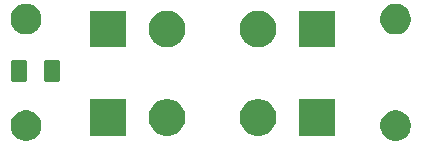
<source format=gbr>
G04 #@! TF.GenerationSoftware,KiCad,Pcbnew,5.1.2-f72e74a~84~ubuntu18.04.1*
G04 #@! TF.CreationDate,2019-09-15T12:12:38+02:00*
G04 #@! TF.ProjectId,Xt30_Hub,58743330-5f48-4756-922e-6b696361645f,rev?*
G04 #@! TF.SameCoordinates,Original*
G04 #@! TF.FileFunction,Soldermask,Top*
G04 #@! TF.FilePolarity,Negative*
%FSLAX46Y46*%
G04 Gerber Fmt 4.6, Leading zero omitted, Abs format (unit mm)*
G04 Created by KiCad (PCBNEW 5.1.2-f72e74a~84~ubuntu18.04.1) date 2019-09-15 12:12:38*
%MOMM*%
%LPD*%
G04 APERTURE LIST*
%ADD10C,0.100000*%
G04 APERTURE END LIST*
D10*
G36*
X130884687Y-96716796D02*
G01*
X131121453Y-96814868D01*
X131121455Y-96814869D01*
X131334539Y-96957247D01*
X131515753Y-97138461D01*
X131658132Y-97351547D01*
X131756204Y-97588313D01*
X131806200Y-97839661D01*
X131806200Y-98095939D01*
X131756204Y-98347287D01*
X131693552Y-98498541D01*
X131658131Y-98584055D01*
X131515753Y-98797139D01*
X131334539Y-98978353D01*
X131121455Y-99120731D01*
X131121454Y-99120732D01*
X131121453Y-99120732D01*
X130884687Y-99218804D01*
X130633339Y-99268800D01*
X130377061Y-99268800D01*
X130125713Y-99218804D01*
X129888947Y-99120732D01*
X129888946Y-99120732D01*
X129888945Y-99120731D01*
X129675861Y-98978353D01*
X129494647Y-98797139D01*
X129352269Y-98584055D01*
X129316848Y-98498541D01*
X129254196Y-98347287D01*
X129204200Y-98095939D01*
X129204200Y-97839661D01*
X129254196Y-97588313D01*
X129352268Y-97351547D01*
X129494647Y-97138461D01*
X129675861Y-96957247D01*
X129888945Y-96814869D01*
X129888947Y-96814868D01*
X130125713Y-96716796D01*
X130377061Y-96666800D01*
X130633339Y-96666800D01*
X130884687Y-96716796D01*
X130884687Y-96716796D01*
G37*
G36*
X162177487Y-96716796D02*
G01*
X162414253Y-96814868D01*
X162414255Y-96814869D01*
X162627339Y-96957247D01*
X162808553Y-97138461D01*
X162950932Y-97351547D01*
X163049004Y-97588313D01*
X163099000Y-97839661D01*
X163099000Y-98095939D01*
X163049004Y-98347287D01*
X162986352Y-98498541D01*
X162950931Y-98584055D01*
X162808553Y-98797139D01*
X162627339Y-98978353D01*
X162414255Y-99120731D01*
X162414254Y-99120732D01*
X162414253Y-99120732D01*
X162177487Y-99218804D01*
X161926139Y-99268800D01*
X161669861Y-99268800D01*
X161418513Y-99218804D01*
X161181747Y-99120732D01*
X161181746Y-99120732D01*
X161181745Y-99120731D01*
X160968661Y-98978353D01*
X160787447Y-98797139D01*
X160645069Y-98584055D01*
X160609648Y-98498541D01*
X160546996Y-98347287D01*
X160497000Y-98095939D01*
X160497000Y-97839661D01*
X160546996Y-97588313D01*
X160645068Y-97351547D01*
X160787447Y-97138461D01*
X160968661Y-96957247D01*
X161181745Y-96814869D01*
X161181747Y-96814868D01*
X161418513Y-96716796D01*
X161669861Y-96666800D01*
X161926139Y-96666800D01*
X162177487Y-96716796D01*
X162177487Y-96716796D01*
G37*
G36*
X142742786Y-95772603D02*
G01*
X142892611Y-95802405D01*
X143174875Y-95919322D01*
X143428906Y-96089060D01*
X143644942Y-96305096D01*
X143814680Y-96559127D01*
X143931597Y-96841391D01*
X143991201Y-97141041D01*
X143991201Y-97446561D01*
X143931597Y-97746211D01*
X143814680Y-98028475D01*
X143644942Y-98282506D01*
X143428906Y-98498542D01*
X143174875Y-98668280D01*
X142892611Y-98785197D01*
X142832574Y-98797139D01*
X142592962Y-98844801D01*
X142287440Y-98844801D01*
X142047828Y-98797139D01*
X141987791Y-98785197D01*
X141705527Y-98668280D01*
X141451496Y-98498542D01*
X141235460Y-98282506D01*
X141065722Y-98028475D01*
X140948805Y-97746211D01*
X140889201Y-97446561D01*
X140889201Y-97141041D01*
X140948805Y-96841391D01*
X141065722Y-96559127D01*
X141235460Y-96305096D01*
X141451496Y-96089060D01*
X141705527Y-95919322D01*
X141987791Y-95802405D01*
X142137616Y-95772603D01*
X142287440Y-95742801D01*
X142592962Y-95742801D01*
X142742786Y-95772603D01*
X142742786Y-95772603D01*
G37*
G36*
X156702201Y-98844801D02*
G01*
X153600201Y-98844801D01*
X153600201Y-95742801D01*
X156702201Y-95742801D01*
X156702201Y-98844801D01*
X156702201Y-98844801D01*
G37*
G36*
X150453786Y-95772603D02*
G01*
X150603611Y-95802405D01*
X150885875Y-95919322D01*
X151139906Y-96089060D01*
X151355942Y-96305096D01*
X151525680Y-96559127D01*
X151642597Y-96841391D01*
X151702201Y-97141041D01*
X151702201Y-97446561D01*
X151642597Y-97746211D01*
X151525680Y-98028475D01*
X151355942Y-98282506D01*
X151139906Y-98498542D01*
X150885875Y-98668280D01*
X150603611Y-98785197D01*
X150543574Y-98797139D01*
X150303962Y-98844801D01*
X149998440Y-98844801D01*
X149758828Y-98797139D01*
X149698791Y-98785197D01*
X149416527Y-98668280D01*
X149162496Y-98498542D01*
X148946460Y-98282506D01*
X148776722Y-98028475D01*
X148659805Y-97746211D01*
X148600201Y-97446561D01*
X148600201Y-97141041D01*
X148659805Y-96841391D01*
X148776722Y-96559127D01*
X148946460Y-96305096D01*
X149162496Y-96089060D01*
X149416527Y-95919322D01*
X149698791Y-95802405D01*
X149848616Y-95772603D01*
X149998440Y-95742801D01*
X150303962Y-95742801D01*
X150453786Y-95772603D01*
X150453786Y-95772603D01*
G37*
G36*
X138991201Y-98844801D02*
G01*
X135889201Y-98844801D01*
X135889201Y-95742801D01*
X138991201Y-95742801D01*
X138991201Y-98844801D01*
X138991201Y-98844801D01*
G37*
G36*
X133233604Y-92423347D02*
G01*
X133270144Y-92434432D01*
X133303821Y-92452433D01*
X133333341Y-92476659D01*
X133357567Y-92506179D01*
X133375568Y-92539856D01*
X133386653Y-92576396D01*
X133391000Y-92620538D01*
X133391000Y-94069462D01*
X133386653Y-94113604D01*
X133375568Y-94150144D01*
X133357567Y-94183821D01*
X133333341Y-94213341D01*
X133303821Y-94237567D01*
X133270144Y-94255568D01*
X133233604Y-94266653D01*
X133189462Y-94271000D01*
X132240538Y-94271000D01*
X132196396Y-94266653D01*
X132159856Y-94255568D01*
X132126179Y-94237567D01*
X132096659Y-94213341D01*
X132072433Y-94183821D01*
X132054432Y-94150144D01*
X132043347Y-94113604D01*
X132039000Y-94069462D01*
X132039000Y-92620538D01*
X132043347Y-92576396D01*
X132054432Y-92539856D01*
X132072433Y-92506179D01*
X132096659Y-92476659D01*
X132126179Y-92452433D01*
X132159856Y-92434432D01*
X132196396Y-92423347D01*
X132240538Y-92419000D01*
X133189462Y-92419000D01*
X133233604Y-92423347D01*
X133233604Y-92423347D01*
G37*
G36*
X130433604Y-92423347D02*
G01*
X130470144Y-92434432D01*
X130503821Y-92452433D01*
X130533341Y-92476659D01*
X130557567Y-92506179D01*
X130575568Y-92539856D01*
X130586653Y-92576396D01*
X130591000Y-92620538D01*
X130591000Y-94069462D01*
X130586653Y-94113604D01*
X130575568Y-94150144D01*
X130557567Y-94183821D01*
X130533341Y-94213341D01*
X130503821Y-94237567D01*
X130470144Y-94255568D01*
X130433604Y-94266653D01*
X130389462Y-94271000D01*
X129440538Y-94271000D01*
X129396396Y-94266653D01*
X129359856Y-94255568D01*
X129326179Y-94237567D01*
X129296659Y-94213341D01*
X129272433Y-94183821D01*
X129254432Y-94150144D01*
X129243347Y-94113604D01*
X129239000Y-94069462D01*
X129239000Y-92620538D01*
X129243347Y-92576396D01*
X129254432Y-92539856D01*
X129272433Y-92506179D01*
X129296659Y-92476659D01*
X129326179Y-92452433D01*
X129359856Y-92434432D01*
X129396396Y-92423347D01*
X129440538Y-92419000D01*
X130389462Y-92419000D01*
X130433604Y-92423347D01*
X130433604Y-92423347D01*
G37*
G36*
X156702201Y-91340801D02*
G01*
X153600201Y-91340801D01*
X153600201Y-88238801D01*
X156702201Y-88238801D01*
X156702201Y-91340801D01*
X156702201Y-91340801D01*
G37*
G36*
X150453786Y-88268603D02*
G01*
X150603611Y-88298405D01*
X150885875Y-88415322D01*
X151139906Y-88585060D01*
X151355942Y-88801096D01*
X151525680Y-89055127D01*
X151642597Y-89337391D01*
X151702201Y-89637041D01*
X151702201Y-89942561D01*
X151642597Y-90242211D01*
X151525680Y-90524475D01*
X151355942Y-90778506D01*
X151139906Y-90994542D01*
X150885875Y-91164280D01*
X150603611Y-91281197D01*
X150453786Y-91310999D01*
X150303962Y-91340801D01*
X149998440Y-91340801D01*
X149848616Y-91310999D01*
X149698791Y-91281197D01*
X149416527Y-91164280D01*
X149162496Y-90994542D01*
X148946460Y-90778506D01*
X148776722Y-90524475D01*
X148659805Y-90242211D01*
X148600201Y-89942561D01*
X148600201Y-89637041D01*
X148659805Y-89337391D01*
X148776722Y-89055127D01*
X148946460Y-88801096D01*
X149162496Y-88585060D01*
X149416527Y-88415322D01*
X149698791Y-88298405D01*
X149848616Y-88268603D01*
X149998440Y-88238801D01*
X150303962Y-88238801D01*
X150453786Y-88268603D01*
X150453786Y-88268603D01*
G37*
G36*
X142742786Y-88268603D02*
G01*
X142892611Y-88298405D01*
X143174875Y-88415322D01*
X143428906Y-88585060D01*
X143644942Y-88801096D01*
X143814680Y-89055127D01*
X143931597Y-89337391D01*
X143991201Y-89637041D01*
X143991201Y-89942561D01*
X143931597Y-90242211D01*
X143814680Y-90524475D01*
X143644942Y-90778506D01*
X143428906Y-90994542D01*
X143174875Y-91164280D01*
X142892611Y-91281197D01*
X142742786Y-91310999D01*
X142592962Y-91340801D01*
X142287440Y-91340801D01*
X142137616Y-91310999D01*
X141987791Y-91281197D01*
X141705527Y-91164280D01*
X141451496Y-90994542D01*
X141235460Y-90778506D01*
X141065722Y-90524475D01*
X140948805Y-90242211D01*
X140889201Y-89942561D01*
X140889201Y-89637041D01*
X140948805Y-89337391D01*
X141065722Y-89055127D01*
X141235460Y-88801096D01*
X141451496Y-88585060D01*
X141705527Y-88415322D01*
X141987791Y-88298405D01*
X142137616Y-88268603D01*
X142287440Y-88238801D01*
X142592962Y-88238801D01*
X142742786Y-88268603D01*
X142742786Y-88268603D01*
G37*
G36*
X138991201Y-91340801D02*
G01*
X135889201Y-91340801D01*
X135889201Y-88238801D01*
X138991201Y-88238801D01*
X138991201Y-91340801D01*
X138991201Y-91340801D01*
G37*
G36*
X130884687Y-87699796D02*
G01*
X131121453Y-87797868D01*
X131121455Y-87797869D01*
X131334539Y-87940247D01*
X131515753Y-88121461D01*
X131658132Y-88334547D01*
X131756204Y-88571313D01*
X131806200Y-88822661D01*
X131806200Y-89078939D01*
X131756204Y-89330287D01*
X131658132Y-89567053D01*
X131658131Y-89567055D01*
X131515753Y-89780139D01*
X131334539Y-89961353D01*
X131121455Y-90103731D01*
X131121454Y-90103732D01*
X131121453Y-90103732D01*
X130884687Y-90201804D01*
X130633339Y-90251800D01*
X130377061Y-90251800D01*
X130125713Y-90201804D01*
X129888947Y-90103732D01*
X129888946Y-90103732D01*
X129888945Y-90103731D01*
X129675861Y-89961353D01*
X129494647Y-89780139D01*
X129352269Y-89567055D01*
X129352268Y-89567053D01*
X129254196Y-89330287D01*
X129204200Y-89078939D01*
X129204200Y-88822661D01*
X129254196Y-88571313D01*
X129352268Y-88334547D01*
X129494647Y-88121461D01*
X129675861Y-87940247D01*
X129888945Y-87797869D01*
X129888947Y-87797868D01*
X130125713Y-87699796D01*
X130377061Y-87649800D01*
X130633339Y-87649800D01*
X130884687Y-87699796D01*
X130884687Y-87699796D01*
G37*
G36*
X162177487Y-87699796D02*
G01*
X162414253Y-87797868D01*
X162414255Y-87797869D01*
X162627339Y-87940247D01*
X162808553Y-88121461D01*
X162950932Y-88334547D01*
X163049004Y-88571313D01*
X163099000Y-88822661D01*
X163099000Y-89078939D01*
X163049004Y-89330287D01*
X162950932Y-89567053D01*
X162950931Y-89567055D01*
X162808553Y-89780139D01*
X162627339Y-89961353D01*
X162414255Y-90103731D01*
X162414254Y-90103732D01*
X162414253Y-90103732D01*
X162177487Y-90201804D01*
X161926139Y-90251800D01*
X161669861Y-90251800D01*
X161418513Y-90201804D01*
X161181747Y-90103732D01*
X161181746Y-90103732D01*
X161181745Y-90103731D01*
X160968661Y-89961353D01*
X160787447Y-89780139D01*
X160645069Y-89567055D01*
X160645068Y-89567053D01*
X160546996Y-89330287D01*
X160497000Y-89078939D01*
X160497000Y-88822661D01*
X160546996Y-88571313D01*
X160645068Y-88334547D01*
X160787447Y-88121461D01*
X160968661Y-87940247D01*
X161181745Y-87797869D01*
X161181747Y-87797868D01*
X161418513Y-87699796D01*
X161669861Y-87649800D01*
X161926139Y-87649800D01*
X162177487Y-87699796D01*
X162177487Y-87699796D01*
G37*
M02*

</source>
